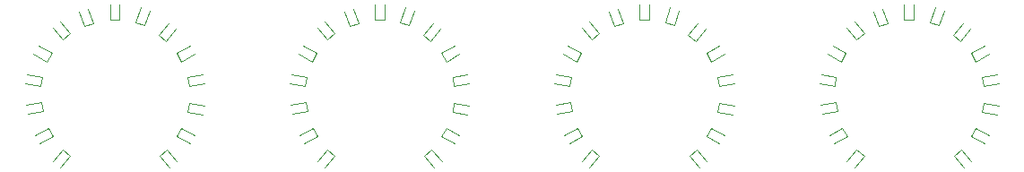
<source format=gto>
%TF.GenerationSoftware,KiCad,Pcbnew,(5.1.12)-1*%
%TF.CreationDate,2021-11-29T00:24:33+03:00*%
%TF.ProjectId,lepetocontrol,6c657065-746f-4636-9f6e-74726f6c2e6b,rev?*%
%TF.SameCoordinates,Original*%
%TF.FileFunction,Legend,Top*%
%TF.FilePolarity,Positive*%
%FSLAX46Y46*%
G04 Gerber Fmt 4.6, Leading zero omitted, Abs format (unit mm)*
G04 Created by KiCad (PCBNEW (5.1.12)-1) date 2021-11-29 00:24:33*
%MOMM*%
%LPD*%
G01*
G04 APERTURE LIST*
%ADD10C,0.120000*%
G04 APERTURE END LIST*
D10*
X267214072Y-36642003D02*
X268146114Y-37752768D01*
X266524632Y-37220512D02*
X267456674Y-38331277D01*
X267214072Y-36642003D02*
X266524632Y-37220512D01*
X268582276Y-34594289D02*
X269838013Y-35319289D01*
X268132276Y-35373711D02*
X269388013Y-36098711D01*
X268582276Y-34594289D02*
X268132276Y-35373711D01*
X269322574Y-32250871D02*
X270750546Y-32502661D01*
X269166291Y-33137198D02*
X270594262Y-33388988D01*
X269322574Y-32250871D02*
X269166291Y-33137198D01*
X269166291Y-29780802D02*
X270594262Y-29529012D01*
X269322574Y-30667129D02*
X270750546Y-30415339D01*
X269166291Y-29780802D02*
X269322574Y-30667129D01*
X268132276Y-27544289D02*
X269388013Y-26819289D01*
X268582276Y-28323711D02*
X269838013Y-27598711D01*
X268132276Y-27544289D02*
X268582276Y-28323711D01*
X266424632Y-25797488D02*
X267356674Y-24686723D01*
X267114072Y-26375997D02*
X268046114Y-25265232D01*
X266424632Y-25797488D02*
X267114072Y-26375997D01*
X264232219Y-24597799D02*
X264728148Y-23235245D01*
X265077943Y-24905617D02*
X265573872Y-23543063D01*
X264232219Y-24597799D02*
X265077943Y-24905617D01*
X261830000Y-24409000D02*
X261830000Y-22959000D01*
X262730000Y-24409000D02*
X262730000Y-22959000D01*
X261830000Y-24409000D02*
X262730000Y-24409000D01*
X259432057Y-25005617D02*
X258936128Y-23643063D01*
X260277781Y-24697799D02*
X259781852Y-23335245D01*
X259432057Y-25005617D02*
X260277781Y-24697799D01*
X257345928Y-26275997D02*
X256413886Y-25165232D01*
X258035368Y-25697488D02*
X257103326Y-24586723D01*
X257345928Y-26275997D02*
X258035368Y-25697488D01*
X255877724Y-28323711D02*
X254621987Y-27598711D01*
X256327724Y-27544289D02*
X255071987Y-26819289D01*
X255877724Y-28323711D02*
X256327724Y-27544289D01*
X255237426Y-30667129D02*
X253809454Y-30415339D01*
X255393709Y-29780802D02*
X253965738Y-29529012D01*
X255237426Y-30667129D02*
X255393709Y-29780802D01*
X255493709Y-33037198D02*
X254065738Y-33288988D01*
X255337426Y-32150871D02*
X253909454Y-32402661D01*
X255493709Y-33037198D02*
X255337426Y-32150871D01*
X256427724Y-35373711D02*
X255171987Y-36098711D01*
X255977724Y-34594289D02*
X254721987Y-35319289D01*
X256427724Y-35373711D02*
X255977724Y-34594289D01*
X258035368Y-37220512D02*
X257103326Y-38331277D01*
X257345928Y-36642003D02*
X256413886Y-37752768D01*
X258035368Y-37220512D02*
X257345928Y-36642003D01*
X242214072Y-36642003D02*
X243146114Y-37752768D01*
X241524632Y-37220512D02*
X242456674Y-38331277D01*
X242214072Y-36642003D02*
X241524632Y-37220512D01*
X243582276Y-34594289D02*
X244838013Y-35319289D01*
X243132276Y-35373711D02*
X244388013Y-36098711D01*
X243582276Y-34594289D02*
X243132276Y-35373711D01*
X244322574Y-32250871D02*
X245750546Y-32502661D01*
X244166291Y-33137198D02*
X245594262Y-33388988D01*
X244322574Y-32250871D02*
X244166291Y-33137198D01*
X244166291Y-29780802D02*
X245594262Y-29529012D01*
X244322574Y-30667129D02*
X245750546Y-30415339D01*
X244166291Y-29780802D02*
X244322574Y-30667129D01*
X243132276Y-27544289D02*
X244388013Y-26819289D01*
X243582276Y-28323711D02*
X244838013Y-27598711D01*
X243132276Y-27544289D02*
X243582276Y-28323711D01*
X241424632Y-25797488D02*
X242356674Y-24686723D01*
X242114072Y-26375997D02*
X243046114Y-25265232D01*
X241424632Y-25797488D02*
X242114072Y-26375997D01*
X239232219Y-24597799D02*
X239728148Y-23235245D01*
X240077943Y-24905617D02*
X240573872Y-23543063D01*
X239232219Y-24597799D02*
X240077943Y-24905617D01*
X236830000Y-24409000D02*
X236830000Y-22959000D01*
X237730000Y-24409000D02*
X237730000Y-22959000D01*
X236830000Y-24409000D02*
X237730000Y-24409000D01*
X234432057Y-25005617D02*
X233936128Y-23643063D01*
X235277781Y-24697799D02*
X234781852Y-23335245D01*
X234432057Y-25005617D02*
X235277781Y-24697799D01*
X232345928Y-26275997D02*
X231413886Y-25165232D01*
X233035368Y-25697488D02*
X232103326Y-24586723D01*
X232345928Y-26275997D02*
X233035368Y-25697488D01*
X230877724Y-28323711D02*
X229621987Y-27598711D01*
X231327724Y-27544289D02*
X230071987Y-26819289D01*
X230877724Y-28323711D02*
X231327724Y-27544289D01*
X230237426Y-30667129D02*
X228809454Y-30415339D01*
X230393709Y-29780802D02*
X228965738Y-29529012D01*
X230237426Y-30667129D02*
X230393709Y-29780802D01*
X230493709Y-33037198D02*
X229065738Y-33288988D01*
X230337426Y-32150871D02*
X228909454Y-32402661D01*
X230493709Y-33037198D02*
X230337426Y-32150871D01*
X231427724Y-35373711D02*
X230171987Y-36098711D01*
X230977724Y-34594289D02*
X229721987Y-35319289D01*
X231427724Y-35373711D02*
X230977724Y-34594289D01*
X233035368Y-37220512D02*
X232103326Y-38331277D01*
X232345928Y-36642003D02*
X231413886Y-37752768D01*
X233035368Y-37220512D02*
X232345928Y-36642003D01*
X217214072Y-36642003D02*
X218146114Y-37752768D01*
X216524632Y-37220512D02*
X217456674Y-38331277D01*
X217214072Y-36642003D02*
X216524632Y-37220512D01*
X218582276Y-34594289D02*
X219838013Y-35319289D01*
X218132276Y-35373711D02*
X219388013Y-36098711D01*
X218582276Y-34594289D02*
X218132276Y-35373711D01*
X219322574Y-32250871D02*
X220750546Y-32502661D01*
X219166291Y-33137198D02*
X220594262Y-33388988D01*
X219322574Y-32250871D02*
X219166291Y-33137198D01*
X219166291Y-29780802D02*
X220594262Y-29529012D01*
X219322574Y-30667129D02*
X220750546Y-30415339D01*
X219166291Y-29780802D02*
X219322574Y-30667129D01*
X218132276Y-27544289D02*
X219388013Y-26819289D01*
X218582276Y-28323711D02*
X219838013Y-27598711D01*
X218132276Y-27544289D02*
X218582276Y-28323711D01*
X216424632Y-25797488D02*
X217356674Y-24686723D01*
X217114072Y-26375997D02*
X218046114Y-25265232D01*
X216424632Y-25797488D02*
X217114072Y-26375997D01*
X214232219Y-24597799D02*
X214728148Y-23235245D01*
X215077943Y-24905617D02*
X215573872Y-23543063D01*
X214232219Y-24597799D02*
X215077943Y-24905617D01*
X211830000Y-24409000D02*
X211830000Y-22959000D01*
X212730000Y-24409000D02*
X212730000Y-22959000D01*
X211830000Y-24409000D02*
X212730000Y-24409000D01*
X209432057Y-25005617D02*
X208936128Y-23643063D01*
X210277781Y-24697799D02*
X209781852Y-23335245D01*
X209432057Y-25005617D02*
X210277781Y-24697799D01*
X207345928Y-26275997D02*
X206413886Y-25165232D01*
X208035368Y-25697488D02*
X207103326Y-24586723D01*
X207345928Y-26275997D02*
X208035368Y-25697488D01*
X205877724Y-28323711D02*
X204621987Y-27598711D01*
X206327724Y-27544289D02*
X205071987Y-26819289D01*
X205877724Y-28323711D02*
X206327724Y-27544289D01*
X205237426Y-30667129D02*
X203809454Y-30415339D01*
X205393709Y-29780802D02*
X203965738Y-29529012D01*
X205237426Y-30667129D02*
X205393709Y-29780802D01*
X205493709Y-33037198D02*
X204065738Y-33288988D01*
X205337426Y-32150871D02*
X203909454Y-32402661D01*
X205493709Y-33037198D02*
X205337426Y-32150871D01*
X206427724Y-35373711D02*
X205171987Y-36098711D01*
X205977724Y-34594289D02*
X204721987Y-35319289D01*
X206427724Y-35373711D02*
X205977724Y-34594289D01*
X208035368Y-37220512D02*
X207103326Y-38331277D01*
X207345928Y-36642003D02*
X206413886Y-37752768D01*
X208035368Y-37220512D02*
X207345928Y-36642003D01*
X192214072Y-36642003D02*
X193146114Y-37752768D01*
X191524632Y-37220512D02*
X192456674Y-38331277D01*
X192214072Y-36642003D02*
X191524632Y-37220512D01*
X193582276Y-34594289D02*
X194838013Y-35319289D01*
X193132276Y-35373711D02*
X194388013Y-36098711D01*
X193582276Y-34594289D02*
X193132276Y-35373711D01*
X194322574Y-32250871D02*
X195750546Y-32502661D01*
X194166291Y-33137198D02*
X195594262Y-33388988D01*
X194322574Y-32250871D02*
X194166291Y-33137198D01*
X194166291Y-29780802D02*
X195594262Y-29529012D01*
X194322574Y-30667129D02*
X195750546Y-30415339D01*
X194166291Y-29780802D02*
X194322574Y-30667129D01*
X193132276Y-27544289D02*
X194388013Y-26819289D01*
X193582276Y-28323711D02*
X194838013Y-27598711D01*
X193132276Y-27544289D02*
X193582276Y-28323711D01*
X191424632Y-25797488D02*
X192356674Y-24686723D01*
X192114072Y-26375997D02*
X193046114Y-25265232D01*
X191424632Y-25797488D02*
X192114072Y-26375997D01*
X189232219Y-24597799D02*
X189728148Y-23235245D01*
X190077943Y-24905617D02*
X190573872Y-23543063D01*
X189232219Y-24597799D02*
X190077943Y-24905617D01*
X186830000Y-24409000D02*
X186830000Y-22959000D01*
X187730000Y-24409000D02*
X187730000Y-22959000D01*
X186830000Y-24409000D02*
X187730000Y-24409000D01*
X184432057Y-25005617D02*
X183936128Y-23643063D01*
X185277781Y-24697799D02*
X184781852Y-23335245D01*
X184432057Y-25005617D02*
X185277781Y-24697799D01*
X182345928Y-26275997D02*
X181413886Y-25165232D01*
X183035368Y-25697488D02*
X182103326Y-24586723D01*
X182345928Y-26275997D02*
X183035368Y-25697488D01*
X180877724Y-28323711D02*
X179621987Y-27598711D01*
X181327724Y-27544289D02*
X180071987Y-26819289D01*
X180877724Y-28323711D02*
X181327724Y-27544289D01*
X180237426Y-30667129D02*
X178809454Y-30415339D01*
X180393709Y-29780802D02*
X178965738Y-29529012D01*
X180237426Y-30667129D02*
X180393709Y-29780802D01*
X180493709Y-33037198D02*
X179065738Y-33288988D01*
X180337426Y-32150871D02*
X178909454Y-32402661D01*
X180493709Y-33037198D02*
X180337426Y-32150871D01*
X181427724Y-35373711D02*
X180171987Y-36098711D01*
X180977724Y-34594289D02*
X179721987Y-35319289D01*
X181427724Y-35373711D02*
X180977724Y-34594289D01*
X183035368Y-37220512D02*
X182103326Y-38331277D01*
X182345928Y-36642003D02*
X181413886Y-37752768D01*
X183035368Y-37220512D02*
X182345928Y-36642003D01*
M02*

</source>
